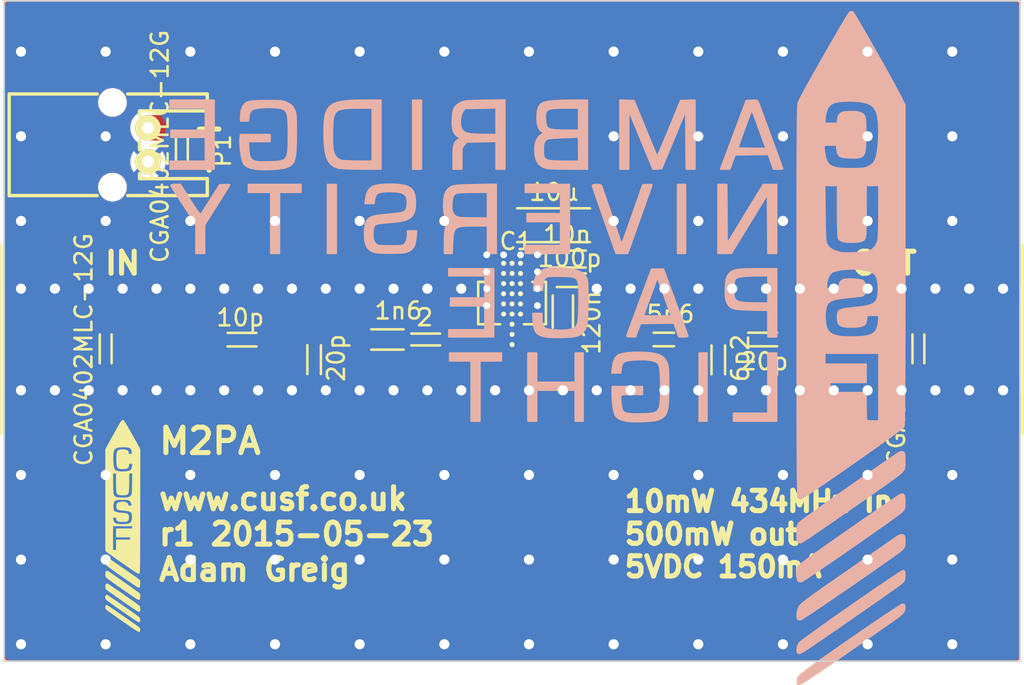
<source format=kicad_pcb>
(kicad_pcb (version 20221018) (generator pcbnew)
  (title_block (title "Martlet 2 RF PA") (date "Sat 23 May 2015") (rev "1") (company "Cambridge University Spaceflight") (comment 1 "Drawn By: Adam Greig"))
  (layers (0 "F.Cu" signal) (31 "B.Cu" signal) (34 "B.Paste" user) (35 "F.Paste" user) (36 "B.SilkS" user "B.Silkscreen") (37 "F.SilkS" user "F.Silkscreen") (38 "B.Mask" user) (39 "F.Mask" user) (44 "Edge.Cuts" user))
  (net 0 "")
  (net 1 "Net-(C1-Pad1)")
  (net 2 "Net-(C1-Pad2)")
  (net 3 "GND")
  (net 4 "+5V")
  (net 5 "Net-(C5-Pad2)")
  (net 6 "Net-(C7-Pad2)")
  (net 7 "Net-(IC1-Pad1)")
  (net 8 "Net-(IC1-Pad3)")
  (net 9 "Net-(L1-Pad1)")
  (footprint "m2pa:C0402" (layer "F.Cu") (at 123.55 87.01 180)
    (fp_text reference "C1" hide)
    (fp_text value "10p" (at 0.6 1.3 180) (layer "F.SilkS"))
    (pad "1" smd rect locked (at 0 0 180) (size 0.6 0.6) (layers "F.Cu" "F.Paste" "F.Mask") (net 1 "Net-(C1-Pad1)"))
    (pad "2" smd rect locked (at 1 0 180) (size 0.6 0.6) (layers "F.Cu" "F.Paste" "F.Mask") (net 2 "Net-(C1-Pad2)"))
  )
  (footprint "m2pa:C0402" (layer "F.Cu") (at 127.31 88.69 90)
    (fp_text reference "C2" hide)
    (fp_text value "20p" (at 0.6 1.3 90) (layer "F.SilkS"))
    (pad "1" smd rect locked (at 0 0 90) (size 0.6 0.6) (layers "F.Cu" "F.Paste" "F.Mask") (net 3 "GND"))
    (pad "2" smd rect locked (at 1 0 90) (size 0.6 0.6) (layers "F.Cu" "F.Paste" "F.Mask") (net 1 "Net-(C1-Pad1)"))
  )
  (footprint "m2pa:C0402" (layer "F.Cu") (at 143 83.5 180)
    (fp_text reference "C3" hide)
    (fp_text value "100p" (at 0.6 1.3 180) (layer "F.SilkS"))
    (pad "1" smd rect (at 0 0 180) (size 0.6 0.6) (layers "F.Cu" "F.Paste" "F.Mask") (net 4 "+5V"))
    (pad "2" smd rect (at 1 0 180) (size 0.6 0.6) (layers "F.Cu" "F.Paste" "F.Mask") (net 3 "GND"))
  )
  (footprint "m2pa:C0603" (layer "F.Cu") (at 143 82.25 180)
    (fp_text reference "C4" hide)
    (fp_text value "10n" (at 0.75 1.45 180) (layer "F.SilkS"))
    (pad "1" smd rect (at 0 0 180) (size 0.7 0.8) (layers "F.Cu" "F.Paste" "F.Mask") (net 4 "+5V"))
    (pad "2" smd rect (at 1.4 0 180) (size 0.7 0.8) (layers "F.Cu" "F.Paste" "F.Mask") (net 3 "GND"))
  )
  (footprint "m2pa:C0402" (layer "F.Cu") (at 151.18 88.7 90)
    (fp_text reference "C5" hide)
    (fp_text value "6p2" (at 0.6 1.3 90) (layer "F.SilkS"))
    (pad "1" smd rect locked (at 0 0 90) (size 0.6 0.6) (layers "F.Cu" "F.Paste" "F.Mask") (net 3 "GND"))
    (pad "2" smd rect locked (at 1 0 90) (size 0.6 0.6) (layers "F.Cu" "F.Paste" "F.Mask") (net 5 "Net-(C5-Pad2)"))
  )
  (footprint "m2pa:C1206" (layer "F.Cu") (at 143 80.25 180)
    (fp_text reference "C6" hide)
    (fp_text value "10µ" (at 1.5 1.95 180) (layer "F.SilkS"))
    (pad "1" smd rect (at 0 0 180) (size 1.2 1.7) (layers "F.Cu" "F.Paste" "F.Mask") (net 4 "+5V"))
    (pad "2" smd rect (at 3.1 0 180) (size 1.2 1.7) (layers "F.Cu" "F.Paste" "F.Mask") (net 3 "GND"))
  )
  (footprint "m2pa:C0402" (layer "F.Cu") (at 153.3 87)
    (fp_text reference "C7" hide)
    (fp_text value "20p" (at 0.6 1.3) (layer "F.SilkS"))
    (pad "1" smd rect (at 0 0) (size 0.6 0.6) (layers "F.Cu" "F.Paste" "F.Mask") (net 5 "Net-(C5-Pad2)"))
    (pad "2" smd rect (at 1 0) (size 0.6 0.6) (layers "F.Cu" "F.Paste" "F.Mask") (net 6 "Net-(C7-Pad2)"))
  )
  (footprint "m2pa:R0402" (layer "F.Cu") (at 115 87 -90)
    (fp_text reference "D1" hide)
    (fp_text value "CGA0402MLC-12G" (at 0.6 1.3 270) (layer "F.SilkS"))
    (pad "1" smd rect (at 0 0 270) (size 0.6 0.5) (layers "F.Cu" "F.Paste" "F.Mask") (net 2 "Net-(C1-Pad2)"))
    (pad "2" smd rect (at 1.1 0 270) (size 0.6 0.5) (layers "F.Cu" "F.Paste" "F.Mask") (net 3 "GND"))
  )
  (footprint "m2pa:R0402" (layer "F.Cu") (at 163 87 -90)
    (fp_text reference "D2" hide)
    (fp_text value "CGA0402MLC-12G" (at 0.6 1.3 270) (layer "F.SilkS"))
    (pad "1" smd rect (at 0 0 270) (size 0.6 0.5) (layers "F.Cu" "F.Paste" "F.Mask") (net 6 "Net-(C7-Pad2)"))
    (pad "2" smd rect (at 1.1 0 270) (size 0.6 0.5) (layers "F.Cu" "F.Paste" "F.Mask") (net 3 "GND"))
  )
  (footprint "m2pa:SOT89-3" (layer "F.Cu") (at 139 87)
    (fp_text reference "IC1" (at 0 -5.8) (layer "F.SilkS"))
    (fp_text value "ADL5324" hide)
    (pad "1" smd rect (at -1.5 0 180) (size 0.9 1.3) (layers "F.Cu" "F.Paste" "F.Mask") (net 7 "Net-(IC1-Pad1)"))
    (pad "2" thru_hole circle (at -0.5 -4.5 180) (size 0.3 0.3) (drill 0.2) (layers "*.Cu" "F.SilkS" "F.Mask") (net 3 "GND"))
    (pad "2" thru_hole circle (at -0.5 -3.9 180) (size 0.3 0.3) (drill 0.2) (layers "*.Cu" "F.SilkS" "F.Mask") (net 3 "GND"))
    (pad "2" thru_hole circle (at -0.5 -3.3 180) (size 0.3 0.3) (drill 0.2) (layers "*.Cu" "F.SilkS" "F.Mask") (net 3 "GND"))
    (pad "2" thru_hole circle (at -0.5 -2.7 180) (size 0.3 0.3) (drill 0.2) (layers "*.Cu" "F.SilkS" "F.Mask") (net 3 "GND"))
    (pad "2" thru_hole circle (at -0.5 -2.1 180) (size 0.3 0.3) (drill 0.2) (layers "*.Cu" "F.SilkS" "F.Mask") (net 3 "GND"))
    (pad "2" thru_hole circle (at -0.5 -1.5 180) (size 0.3 0.3) (drill 0.2) (layers "*.Cu" "F.SilkS" "F.Mask") (net 3 "GND"))
    (pad "2" thru_hole circle (at 0 -4.5 180) (size 0.3 0.3) (drill 0.2) (layers "*.Cu" "F.SilkS" "F.Mask") (net 3 "GND"))
    (pad "2" thru_hole circle (at 0 -3.9 180) (size 0.3 0.3) (drill 0.2) (layers "*.Cu" "F.SilkS" "F.Mask") (net 3 "GND"))
    (pad "2" thru_hole circle (at 0 -3.3 180) (size 0.3 0.3) (drill 0.2) (layers "*.Cu" "F.SilkS" "F.Mask") (net 3 "GND"))
    (pad "2" smd rect (at 0 -3 180) (size 1.8 3.5) (layers "F.Cu" "F.Paste" "F.Mask") (net 3 "GND"))
    (pad "2" smd rect (at 0 -3 180) (size 1.8 3.5) (layers "B.Cu") (net 3 "GND"))
    (pad "2" thru_hole circle (at 0 -2.7 180) (size 0.3 0.3) (drill 0.2) (layers "*.Cu" "F.SilkS" "F.Mask") (net 3 "GND"))
    (pad "2" thru_hole circle (at 0 -2.1 180) (size 0.3 0.3) (drill 0.2) (layers "*.Cu" "F.SilkS" "F.Mask") (net 3 "GND"))
    (pad "2" thru_hole circle (at 0 -1.5 180) (size 0.3 0.3) (drill 0.2) (layers "*.Cu" "F.SilkS" "F.Mask") (net 3 "GND"))
    (pad "2" thru_hole circle (at 0 -0.9 180) (size 0.3 0.3) (drill 0.2) (layers "*.Cu" "F.SilkS" "F.Mask") (net 3 "GND"))
    (pad "2" thru_hole circle (at 0 -0.3 180) (size 0.3 0.3) (drill 0.2) (layers "*.Cu" "F.SilkS" "F.Mask") (net 3 "GND"))
    (pad "2" smd rect (at 0 -0.3 180) (size 0.9 1.9) (layers "F.Cu" "F.Paste" "F.Mask") (net 3 "GND"))
    (pad "2" smd rect (at 0 -0.3 180) (size 0.9 1.9) (layers "B.Cu") (net 3 "GND"))
    (pad "2" thru_hole circle (at 0 0.3 180) (size 0.3 0.3) (drill 0.2) (layers "*.Cu" "F.SilkS" "F.Mask") (net 3 "GND"))
    (pad "2" thru_hole circle (at 0.5 -4.5 180) (size 0.3 0.3) (drill 0.2) (layers "*.Cu" "F.SilkS" "F.Mask") (net 3 "GND"))
    (pad "2" thru_hole circle (at 0.5 -3.9 180) (size 0.3 0.3) (drill 0.2) (layers "*.Cu" "F.SilkS" "F.Mask") (net 3 "GND"))
    (pad "2" thru_hole circle (at 0.5 -3.3 180) (size 0.3 0.3) (drill 0.2) (layers "*.Cu" "F.SilkS" "F.Mask") (net 3 "GND"))
    (pad "2" thru_hole circle (at 0.5 -2.7 180) (size 0.3 0.3) (drill 0.2) (layers "*.Cu" "F.SilkS" "F.Mask") (net 3 "GND"))
    (pad "2" thru_hole circle (at 0.5 -2.1 180) (size 0.3 0.3) (drill 0.2) (layers "*.Cu" "F.SilkS" "F.Mask") (net 3 "GND"))
    (pad "2" thru_hole circle (at 0.5 -1.5 180) (size 0.3 0.3) (drill 0.2) (layers "*.Cu" "F.SilkS" "F.Mask") (net 3 "GND"))
    (pad "3" smd rect (at 1.5 0 180) (size 0.9 1.3) (layers "F.Cu" "F.Paste" "F.Mask") (net 8 "Net-(IC1-Pad3)"))
  )
  (footprint "m2pa:L0603" (layer "F.Cu") (at 132.29 87 180)
    (fp_text reference "L1" hide)
    (fp_text value "1n6" (at 0 1.7 180) (layer "F.SilkS"))
    (pad "1" smd rect locked (at 0 0 180) (size 0.64 1.02) (layers "F.Cu" "F.Paste" "F.Mask") (net 9 "Net-(L1-Pad1)"))
    (pad "2" smd rect locked (at 1.28 0 180) (size 0.64 1.02) (layers "F.Cu" "F.Paste" "F.Mask") (net 1 "Net-(C1-Pad1)"))
  )
  (footprint "m2pa:L0603" (layer "F.Cu") (at 142 86 90)
    (fp_text reference "L2" hide)
    (fp_text value "120n" (at 0 1.7 90) (layer "F.SilkS"))
    (pad "1" smd rect (at 0 0 90) (size 0.64 1.02) (layers "F.Cu" "F.Paste" "F.Mask") (net 8 "Net-(IC1-Pad3)"))
    (pad "2" smd rect (at 1.28 0 90) (size 0.64 1.02) (layers "F.Cu" "F.Paste" "F.Mask") (net 4 "+5V"))
  )
  (footprint "m2pa:L0402" (layer "F.Cu") (at 148.36 87 180)
    (fp_text reference "L3" hide)
    (fp_text value "5n6" (at 0 1.5 180) (layer "F.SilkS"))
    (pad "1" smd rect locked (at 0 0 180) (size 0.36 0.66) (layers "F.Cu" "F.Paste" "F.Mask") (net 5 "Net-(C5-Pad2)"))
    (pad "2" smd rect locked (at 0.82 0 180) (size 0.36 0.66) (layers "F.Cu" "F.Paste" "F.Mask") (net 8 "Net-(IC1-Pad3)"))
  )
  (footprint "m2pa:S02B-PASK-2" (layer "F.Cu") (at 117.5 76.5 90)
    (fp_text reference "P1" (at 0.64 4.38 90) (layer "F.SilkS"))
    (fp_text value "CONN_01X02" hide)
    (pad "" np_thru_hole circle (at -1.5 -2.1 90) (size 1.2 1.2) (drill 1.2) (layers "*.Cu" "*.Mask" "F.SilkS"))
    (pad "" np_thru_hole circle (at 3.5 -2.1 90) (size 1.2 1.2) (drill 1.2) (layers "*.Cu" "*.Mask" "F.SilkS"))
    (pad "1" thru_hole circle (at 0 0 90) (size 1.5 1.5) (drill 0.7) (layers "*.Cu" "*.Mask" "F.SilkS") (net 3 "GND"))
    (pad "2" thru_hole circle (at 2 0 90) (size 1.5 1.5) (drill 0.7) (layers "*.Cu" "*.Mask" "F.SilkS") (net 4 "+5V"))
  )
  (footprint "m2pa:SMA-142-0701-801" (layer "F.Cu") (at 111.5 87 90)
    (fp_text reference "P2" hide)
    (fp_text value "SMA" hide)
    (pad "1" smd rect (at 0 0 90) (size 2.286 5.08) (layers "F.Cu" "F.Mask") (net 2 "Net-(C1-Pad2)"))
    (pad "2" smd rect (at -4.3815 0 90) (size 2.413 5.08) (layers "F.Cu" "F.Mask") (net 3 "GND"))
    (pad "3" smd rect (at 4.3815 0 90) (size 2.413 5.08) (layers "F.Cu" "F.Mask") (net 3 "GND"))
    (pad "4" smd rect (at -4.3815 0 90) (size 2.413 5.08) (layers "B.Cu" "B.Mask") (net 3 "GND"))
    (pad "5" smd rect (at 4.3815 0 90) (size 2.413 5.08) (layers "B.Cu" "B.Mask") (net 3 "GND"))
  )
  (footprint "m2pa:SMA-142-0701-801" (layer "F.Cu") (at 166.5 87 -90)
    (fp_text reference "P3" hide)
    (fp_text value "SMA" hide)
    (pad "1" smd rect (at 0 0 270) (size 2.286 5.08) (layers "F.Cu" "F.Mask") (net 6 "Net-(C7-Pad2)"))
    (pad "2" smd rect (at -4.3815 0 270) (size 2.413 5.08) (layers "F.Cu" "F.Mask") (net 3 "GND"))
    (pad "3" smd rect (at 4.3815 0 270) (size 2.413 5.08) (layers "F.Cu" "F.Mask") (net 3 "GND"))
    (pad "4" smd rect (at -4.3815 0 270) (size 2.413 5.08) (layers "B.Cu" "B.Mask") (net 3 "GND"))
    (pad "5" smd rect (at 4.3815 0 270) (size 2.413 5.08) (layers "B.Cu" "B.Mask") (net 3 "GND"))
  )
  (footprint "m2pa:R0402" (layer "F.Cu") (at 134.45 87 180)
    (fp_text reference "R1" hide)
    (fp_text value "2" (at 0.6 1.3 180) (layer "F.SilkS"))
    (pad "1" smd rect locked (at 0 0 180) (size 0.6 0.5) (layers "F.Cu" "F.Paste" "F.Mask") (net 7 "Net-(IC1-Pad1)"))
    (pad "2" smd rect locked (at 1.1 0 180) (size 0.6 0.5) (layers "F.Cu" "F.Paste" "F.Mask") (net 9 "Net-(L1-Pad1)"))
  )
  (footprint "m2pa:R0402" (layer "F.Cu") (at 119.5 75 -90)
    (fp_text reference "D3" hide)
    (fp_text value "CGA0402MLC-12G" (at 0.6 1.3 270) (layer "F.SilkS"))
    (pad "1" smd rect (at 0 0 270) (size 0.6 0.5) (layers "F.Cu" "F.Paste" "F.Mask") (net 4 "+5V"))
    (pad "2" smd rect (at 1.1 0 270) (size 0.6 0.5) (layers "F.Cu" "F.Paste" "F.Mask") (net 3 "GND"))
  )
  (footprint "m2pa:cusf_logo_small" (layer "F.Cu") (at 116 98)
    (fp_text reference "G***" hide)
    (fp_text value "LOGO" hide)
  )
  (footprint "m2pa:cusf_logo_full" (layer "F.Cu") (at 140.5 87.5)
    (fp_text reference "G***" hide)
    (fp_text value "LOGO" hide)
  )
  (gr_line (start 169 67) (end 169 106) (stroke (width 0.1)) (layer "Edge.Cuts"))
  (gr_line (start 109 67) (end 109 106) (stroke (width 0.1)) (layer "Edge.Cuts"))
  (gr_line (start 109 67) (end 169 67) (stroke (width 0.1)) (layer "Edge.Cuts"))
  (gr_line (start 169 106) (end 109 106) (stroke (width 0.1)) (layer "Edge.Cuts"))
  (gr_text "OUT" (at 161 82.5) (layer "F.SilkS") (effects (font (size 1.3 1.3) (thickness 0.3))))
  (gr_text "www.cusf.co.uk\nr1 2015-05-23\nAdam Greig" (at 118 98.5) (layer "F.SilkS") (effects (font (size 1.3 1.3) (thickness 0.3)) (justify left)))
  (gr_text "-+" (at 121 75.5 90) (layer "F.SilkS") (effects (font (size 1.5 1.5) (thickness 0.3))))
  (gr_text "10mW 434MHz in\n500mW out\n5VDC 150mA" (at 145.5 98.5) (layer "F.SilkS") (effects (font (size 1.2 1.2) (thickness 0.3)) (justify left)))
  (gr_text "IN" (at 116 82.5) (layer "F.SilkS") (effects (font (size 1.3 1.3) (thickness 0.3))))
  (gr_text "M2PA" (at 118 93) (layer "F.SilkS") (effects (font (size 1.5 1.5) (thickness 0.3)) (justify left)))
  (segment (start 124.29 87.01) (end 124.3 87) (width 2) (layer "F.Cu") (net 1))
  (segment (start 124.3 87) (end 127.3 87) (width 2) (layer "F.Cu") (net 1))
  (segment (start 129.5 87) (end 129.7 87) (width 2) (layer "F.Cu") (net 1))
  (segment (start 129.7 87) (end 129.9 87) (width 2) (layer "F.Cu") (net 1))
  (segment (start 129.9 87) (end 130 87) (width 2) (layer "F.Cu") (net 1))
  (segment (start 130 87) (end 130.1 87) (width 2) (layer "F.Cu") (net 1))
  (segment (start 130.1 87) (end 131.01 87) (width 0.5) (layer "F.Cu") (net 1))
  (segment (start 127.3 87.5) (end 127.3 87) (width 0.5) (layer "F.Cu") (net 1))
  (segment (start 127.3 87) (end 129.5 87) (width 2) (layer "F.Cu") (net 1))
  (segment (start 123.55 87.01) (end 124.29 87.01) (width 0.3) (layer "F.Cu") (net 1))
  (segment (start 121.5 87) (end 121.51 87.01) (width 0.3) (layer "F.Cu") (net 2))
  (segment (start 121.51 87.01) (end 122.55 87.01) (width 0.3) (layer "F.Cu") (net 2))
  (segment (start 111.5 87) (end 115 87) (width 1) (layer "F.Cu") (net 2))
  (segment (start 116.5 87) (end 121.5 87) (width 2) (layer "F.Cu") (net 2))
  (segment (start 115 87) (end 116.5 87) (width 1) (layer "F.Cu") (net 2))
  (segment (start 137.5 83) (end 138.5 84) (width 0.3) (layer "F.Cu") (net 3))
  (segment (start 139.5 84) (end 140.5 83) (width 0.3) (layer "F.Cu") (net 3))
  (segment (start 139 83.5) (end 137.5 82) (width 0.3) (layer "F.Cu") (net 3))
  (segment (start 139 83.5) (end 140.5 82) (width 0.3) (layer "F.Cu") (net 3))
  (segment (start 138.5 82) (end 139 82.5) (width 0.3) (layer "F.Cu") (net 3))
  (segment (start 139 82.5) (end 139.5 82) (width 0.3) (layer "F.Cu") (net 3))
  (segment (start 138.5 84) (end 137.5 85) (width 0.3) (layer "F.Cu") (net 3))
  (segment (start 139.5 84) (end 140.5 85) (width 0.3) (layer "F.Cu") (net 3))
  (segment (start 111.3815 82.6185) (end 110 84) (width 0.5) (layer "F.Cu") (net 3))
  (segment (start 112 84) (end 114 84) (width 0.5) (layer "F.Cu") (net 3))
  (segment (start 116 84) (end 118 84) (width 0.5) (layer "F.Cu") (net 3))
  (segment (start 120 84) (end 122 84) (width 0.5) (layer "F.Cu") (net 3))
  (segment (start 124 84) (end 126 84) (width 0.5) (layer "F.Cu") (net 3))
  (segment (start 128 84) (end 130 84) (width 0.5) (layer "F.Cu") (net 3))
  (segment (start 132 84) (end 134 84) (width 0.5) (layer "F.Cu") (net 3))
  (segment (start 166.6185 82.6185) (end 168 84) (width 0.5) (layer "F.Cu") (net 3))
  (segment (start 166 84) (end 164 84) (width 0.5) (layer "F.Cu") (net 3))
  (segment (start 162 84) (end 160 84) (width 0.5) (layer "F.Cu") (net 3))
  (segment (start 158 84) (end 156 84) (width 0.5) (layer "F.Cu") (net 3))
  (segment (start 154 84) (end 152 84) (width 0.5) (layer "F.Cu") (net 3))
  (segment (start 150 84) (end 148 84) (width 0.5) (layer "F.Cu") (net 3))
  (segment (start 146 84) (end 144 84) (width 0.5) (layer "F.Cu") (net 3))
  (segment (start 111.3815 91.3815) (end 110 90) (width 0.5) (layer "F.Cu") (net 3))
  (segment (start 112 90) (end 114 90) (width 0.5) (layer "F.Cu") (net 3))
  (segment (start 116 90) (end 118 90) (width 0.5) (layer "F.Cu") (net 3))
  (segment (start 120 90) (end 122 90) (width 0.5) (layer "F.Cu") (net 3))
  (segment (start 124 90) (end 126 90) (width 0.5) (layer "F.Cu") (net 3))
  (segment (start 128 90) (end 130 90) (width 0.5) (layer "F.Cu") (net 3))
  (segment (start 132 90) (end 134 90) (width 0.5) (layer "F.Cu") (net 3))
  (segment (start 136 90) (end 138 90) (width 0.5) (layer "F.Cu") (net 3))
  (segment (start 140 90) (end 142 90) (width 0.5) (layer "F.Cu") (net 3))
  (segment (start 144 90) (end 146 90) (width 0.5) (layer "F.Cu") (net 3))
  (segment (start 148 90) (end 150 90) (width 0.5) (layer "F.Cu") (net 3))
  (segment (start 152 90) (end 154 90) (width 0.5) (layer "F.Cu") (net 3))
  (segment (start 156 90) (end 158 90) (width 0.5) (layer "F.Cu") (net 3))
  (segment (start 160 90) (end 162 90) (width 0.5) (layer "F.Cu") (net 3))
  (segment (start 164 90) (end 166 90) (width 0.5) (layer "F.Cu") (net 3))
  (segment (start 111.5 93.5) (end 110 95) (width 0.5) (layer "F.Cu") (net 3))
  (segment (start 110 100) (end 110 105) (width 0.5) (layer "F.Cu") (net 3))
  (segment (start 115 105) (end 115 100) (width 0.5) (layer "F.Cu") (net 3))
  (segment (start 115 95) (end 120 95) (width 0.5) (layer "F.Cu") (net 3))
  (segment (start 120 100) (end 120 105) (width 0.5) (layer "F.Cu") (net 3))
  (segment (start 125 105) (end 125 100) (width 0.5) (layer "F.Cu") (net 3))
  (segment (start 125 95) (end 130 95) (width 0.5) (layer "F.Cu") (net 3))
  (segment (start 130 100) (end 130 105) (width 0.5) (layer "F.Cu") (net 3))
  (segment (start 135 105) (end 135 100) (width 0.5) (layer "F.Cu") (net 3))
  (segment (start 135 95) (end 140 95) (width 0.5) (layer "F.Cu") (net 3))
  (segment (start 140 100) (end 140 105) (width 0.5) (layer "F.Cu") (net 3))
  (segment (start 145 105) (end 145 100) (width 0.5) (layer "F.Cu") (net 3))
  (segment (start 145 95) (end 150 95) (width 0.5) (layer "F.Cu") (net 3))
  (segment (start 150 100) (end 150 105) (width 0.5) (layer "F.Cu") (net 3))
  (segment (start 155 105) (end 155 100) (width 0.5) (layer "F.Cu") (net 3))
  (segment (start 155 95) (end 160 95) (width 0.5) (layer "F.Cu") (net 3))
  (segment (start 160 100) (end 160 105) (width 0.5) (layer "F.Cu") (net 3))
  (segment (start 165 105) (end 165 100) (width 0.5) (layer "F.Cu") (net 3))
  (segment (start 165 95) (end 166.5 93.5) (width 0.5) (layer "F.Cu") (net 3))
  (segment (start 166.5 93.5) (end 166.5 91.3815) (width 0.5) (layer "F.Cu") (net 3))
  (segment (start 166.5 81.5) (end 165 80) (width 0.5) (layer "F.Cu") (net 3))
  (segment (start 165 75) (end 165 70) (width 0.5) (layer "F.Cu") (net 3))
  (segment (start 160 70) (end 160 75) (width 0.5) (layer "F.Cu") (net 3))
  (segment (start 160 80) (end 155 80) (width 0.5) (layer "F.Cu") (net 3))
  (segment (start 155 75) (end 155 70) (width 0.5) (layer "F.Cu") (net 3))
  (segment (start 150 70) (end 150 75) (width 0.5) (layer "F.Cu") (net 3))
  (segment (start 150 80) (end 145 80) (width 0.5) (layer "F.Cu") (net 3))
  (segment (start 145 75) (end 145 70) (width 0.5) (layer "F.Cu") (net 3))
  (segment (start 140 70) (end 135 70) (width 0.5) (layer "F.Cu") (net 3))
  (segment (start 130 70) (end 125 70) (width 0.5) (layer "F.Cu") (net 3))
  (segment (start 120 70) (end 115 70) (width 0.5) (layer "F.Cu") (net 3))
  (segment (start 110 70) (end 110 75) (width 0.5) (layer "F.Cu") (net 3))
  (segment (start 115 75) (end 110 80) (width 0.5) (layer "F.Cu") (net 3))
  (segment (start 115 80) (end 120 80) (width 0.5) (layer "F.Cu") (net 3))
  (segment (start 125 80) (end 130 80) (width 0.5) (layer "F.Cu") (net 3))
  (segment (start 135 80) (end 135.25 80.25) (width 0.5) (layer "F.Cu") (net 3))
  (segment (start 135.25 80.25) (end 139.9 80.25) (width 0.5) (layer "F.Cu") (net 3))
  (segment (start 115 88.1) (end 115 89.5) (width 0.5) (layer "F.Cu") (net 3))
  (segment (start 111.5 91.3815) (end 111.3815 91.3815) (width 0.5) (layer "F.Cu") (net 3))
  (segment (start 139 86.7) (end 139 89.7) (width 0.8) (layer "F.Cu") (net 3))
  (segment (start 139 84) (end 139 83.5) (width 0.3) (layer "F.Cu") (net 3))
  (segment (start 139 84) (end 139 82.5) (width 0.3) (layer "F.Cu") (net 3))
  (segment (start 139 84) (end 140.5 84) (width 0.3) (layer "F.Cu") (net 3))
  (segment (start 163 88.1) (end 163 89.5) (width 0.5) (layer "F.Cu") (net 3))
  (segment (start 111.5 91.3815) (end 111.5 93.5) (width 0.5) (layer "F.Cu") (net 3))
  (segment (start 139 86.7) (end 139 84) (width 0.3) (layer "F.Cu") (net 3))
  (segment (start 139 84) (end 137.5 84) (width 0.3) (layer "F.Cu") (net 3))
  (segment (start 111.5 82.6185) (end 111.3815 82.6185) (width 0.5) (layer "F.Cu") (net 3))
  (segment (start 139 84) (end 138.5 84) (width 0.3) (layer "F.Cu") (net 3))
  (segment (start 166.5 82.6185) (end 166.5 81.5) (width 0.5) (layer "F.Cu") (net 3))
  (segment (start 166.5 82.6185) (end 166.6185 82.6185) (width 0.5) (layer "F.Cu") (net 3))
  (segment (start 139 84) (end 139.5 84) (width 0.3) (layer "F.Cu") (net 3))
  (via (at 120 100) (size 1) (drill 0.6) (layers "F.Cu" "B.Cu") (net 3))
  (via (at 132 84) (size 1) (drill 0.6) (layers "F.Cu" "B.Cu") (net 3))
  (via (at 165 95) (size 1) (drill 0.6) (layers "F.Cu" "B.Cu") (net 3))
  (via (at 132 90) (size 1) (drill 0.6) (layers "F.Cu" "B.Cu") (net 3))
  (via (at 165 70) (size 1) (drill 0.6) (layers "F.Cu" "B.Cu") (net 3))
  (via (at 135 95) (size 1) (drill 0.6) (layers "F.Cu" "B.Cu") (net 3))
  (via (at 115 70) (size 1) (drill 0.6) (layers "F.Cu" "B.Cu") (net 3))
  (via (at 150 80) (size 1) (drill 0.6) (layers "F.Cu" "B.Cu") (net 3))
  (via (at 110 100) (size 1) (drill 0.6) (layers "F.Cu" "B.Cu") (net 3))
  (via (at 128 90) (size 1) (drill 0.6) (layers "F.Cu" "B.Cu") (net 3))
  (via (at 116 84) (size 1) (drill 0.6) (layers "F.Cu" "B.Cu") (net 3))
  (via (at 112 84) (size 1) (drill 0.6) (layers "F.Cu" "B.Cu") (net 3))
  (via (at 125 100) (size 1) (drill 0.6) (layers "F.Cu" "B.Cu") (net 3))
  (via (at 115 75) (size 1) (drill 0.6) (layers "F.Cu" "B.Cu") (net 3))
  (via (at 110 80) (size 1) (drill 0.6) (layers "F.Cu" "B.Cu") (net 3))
  (via (at 140 90) (size 1) (drill 0.6) (layers "F.Cu" "B.Cu") (net 3))
  (via (at 150 100) (size 1) (drill 0.6) (layers "F.Cu" "B.Cu") (net 3))
  (via (at 125 80) (size 1) (drill 0.6) (layers "F.Cu" "B.Cu") (net 3))
  (via (at 126 90) (size 1) (drill 0.6) (layers "F.Cu" "B.Cu") (net 3))
  (via (at 162 84) (size 1) (drill 0.6) (layers "F.Cu" "B.Cu") (net 3))
  (via (at 135 70) (size 1) (drill 0.6) (layers "F.Cu" "B.Cu") (net 3))
  (via (at 140.5 83) (size 0.8) (drill 0.4) (layers "F.Cu" "B.Cu") (net 3))
  (via (at 140 95) (size 1) (drill 0.6) (layers "F.Cu" "B.Cu") (net 3))
  (via (at 160 100) (size 1) (drill 0.6) (layers "F.Cu" "B.Cu") (net 3))
  (via (at 118 84) (size 1) (drill 0.6) (layers "F.Cu" "B.Cu") (net 3))
  (via (at 146 90) (size 1) (drill 0.6) (layers "F.Cu" "B.Cu") (net 3))
  (via (at 130 80) (size 1) (drill 0.6) (layers "F.Cu" "B.Cu") (net 3))
  (via (at 165 105) (size 1) (drill 0.6) (layers "F.Cu" "B.Cu") (net 3))
  (via (at 150 95) (size 1) (drill 0.6) (layers "F.Cu" "B.Cu") (net 3))
  (via (at 137.5 85) (size 0.8) (drill 0.4) (layers "F.Cu" "B.Cu") (net 3))
  (via (at 156 90) (size 1) (drill 0.6) (layers "F.Cu" "B.Cu") (net 3))
  (via (at 168 90) (size 1) (drill 0.6) (layers "F.Cu" "B.Cu") (net 3))
  (via (at 136 90) (size 1) (drill 0.6) (layers "F.Cu" "B.Cu") (net 3))
  (via (at 150 84) (size 1) (drill 0.6) (layers "F.Cu" "B.Cu") (net 3))
  (via (at 154 84) (size 1) (drill 0.6) (layers "F.Cu" "B.Cu") (net 3))
  (via (at 114 90) (size 1) (drill 0.6) (layers "F.Cu" "B.Cu") (net 3))
  (via (at 155 70) (size 1) (drill 0.6) (layers "F.Cu" "B.Cu") (net 3))
  (via (at 110 70) (size 1) (drill 0.6) (layers "F.Cu" "B.Cu") (net 3))
  (via (at 155 100) (size 1) (drill 0.6) (layers "F.Cu" "B.Cu") (net 3))
  (via (at 138.5 82) (size 0.8) (drill 0.4) (layers "F.Cu" "B.Cu") (net 3))
  (via (at 144 84) (size 1) (drill 0.6) (layers "F.Cu" "B.Cu") (net 3))
  (via (at 120 80) (size 1) (drill 0.6) (layers "F.Cu" "B.Cu") (net 3))
  (via (at 130 70) (size 1) (drill 0.6) (layers "F.Cu" "B.Cu") (net 3))
  (via (at 110 90) (size 1) (drill 0.6) (layers "F.Cu" "B.Cu") (net 3))
  (via (at 110 105) (size 1) (drill 0.6) (layers "F.Cu" "B.Cu") (net 3))
  (via (at 128 84) (size 1) (drill 0.6) (layers "F.Cu" "B.Cu") (net 3))
  (via (at 146 84) (size 1) (drill 0.6) (layers "F.Cu" "B.Cu") (net 3))
  (via (at 155 95) (size 1) (drill 0.6) (layers "F.Cu" "B.Cu") (net 3))
  (via (at 135 80) (size 1) (drill 0.6) (layers "F.Cu" "B.Cu") (net 3))
  (via (at 120 70) (size 1) (drill 0.6) (layers "F.Cu" "B.Cu") (net 3))
  (via (at 122 90) (size 1) (drill 0.6) (layers "F.Cu" "B.Cu") (net 3))
  (via (at 150 90) (size 1) (drill 0.6) (layers "F.Cu" "B.Cu") (net 3))
  (via (at 137.5 84) (size 0.8) (drill 0.4) (layers "F.Cu" "B.Cu") (net 3))
  (via (at 130 105) (size 1) (drill 0.6) (layers "F.Cu" "B.Cu") (net 3))
  (via (at 124 90) (size 1) (drill 0.6) (layers "F.Cu" "B.Cu") (net 3))
  (via (at 125 95) (size 1) (drill 0.6) (layers "F.Cu" "B.Cu") (net 3))
  (via (at 145 95) (size 1) (drill 0.6) (layers "F.Cu" "B.Cu") (net 3))
  (via (at 152 84) (size 1) (drill 0.6) (layers "F.Cu" "B.Cu") (net 3))
  (via (at 112 90) (size 1) (drill 0.6) (layers "F.Cu" "B.Cu") (net 3))
  (via (at 139.5 82) (size 0.8) (drill 0.4) (layers "F.Cu" "B.Cu") (net 3))
  (via (at 158 84) (size 1) (drill 0.6) (layers "F.Cu" "B.Cu") (net 3))
  (via (at 135 105) (size 1) (drill 0.6) (layers "F.Cu" "B.Cu") (net 3))
  (via (at 155 105) (size 1) (drill 0.6) (layers "F.Cu" "B.Cu") (net 3))
  (via (at 125 105) (size 1) (drill 0.6) (layers "F.Cu" "B.Cu") (net 3))
  (via (at 134 90) (size 1) (drill 0.6) (layers "F.Cu" "B.Cu") (net 3))
  (via (at 115 80) (size 1) (drill 0.6) (layers "F.Cu" "B.Cu") (net 3))
  (via (at 145 100) (size 1) (drill 0.6) (layers "F.Cu" "B.Cu") (net 3))
  (via (at 120 90) (size 1) (drill 0.6) (layers "F.Cu" "B.Cu") (net 3))
  (via (at 165 100) (size 1) (drill 0.6) (layers "F.Cu" "B.Cu") (net 3))
  (via (at 145 80) (size 1) (drill 0.6) (layers "F.Cu" "B.Cu") (net 3))
  (via (at 154 90) (size 1) (drill 0.6) (layers "F.Cu" "B.Cu") (net 3))
  (via (at 116 90) (size 1) (drill 0.6) (layers "F.Cu" "B.Cu") (net 3))
  (via (at 158 90) (size 1) (drill 0.6) (layers "F.Cu" "B.Cu") (net 3))
  (via (at 150 75) (size 1) (drill 0.6) (layers "F.Cu" "B.Cu") (net 3))
  (via (at 160 95) (size 1) (drill 0.6) (layers "F.Cu" "B.Cu") (net 3))
  (via (at 124 84) (size 1) (drill 0.6) (layers "F.Cu" "B.Cu") (net 3))
  (via (at 162 90) (size 1) (drill 0.6) (layers "F.Cu" "B.Cu") (net 3))
  (via (at 164 84) (size 1) (drill 0.6) (layers "F.Cu" "B.Cu") (net 3))
  (via (at 120 84) (size 1) (drill 0.6) (layers "F.Cu" "B.Cu") (net 3))
  (via (at 115 100) (size 1) (drill 0.6) (layers "F.Cu" "B.Cu") (net 3))
  (via (at 130 95) (size 1) (drill 0.6) (layers "F.Cu" "B.Cu") (net 3))
  (via (at 122 84) (size 1) (drill 0.6) (layers "F.Cu" "B.Cu") (net 3))
  (via (at 148 84) (size 1) (drill 0.6) (layers "F.Cu" "B.Cu") (net 3))
  (via (at 136 84) (size 1) (drill 0.6) (layers "F.Cu" "B.Cu") (net 3))
  (via (at 140.5 84) (size 0.8) (drill 0.4) (layers "F.Cu" "B.Cu") (net 3))
  (via (at 145 105) (size 1) (drill 0.6) (layers "F.Cu" "B.Cu") (net 3))
  (via (at 114 84) (size 1) (drill 0.6) (layers "F.Cu" "B.Cu") (net 3))
  (via (at 130 90) (size 1) (drill 0.6) (layers "F.Cu" "B.Cu") (net 3))
  (via (at 156 84) (size 1) (drill 0.6) (layers "F.Cu" "B.Cu") (net 3))
  (via (at 150 105) (size 1) (drill 0.6) (layers "F.Cu" "B.Cu") (net 3))
  (via (at 145 70) (size 1) (drill 0.6) (layers "F.Cu" "B.Cu") (net 3))
  (via (at 160 105) (size 1) (drill 0.6) (layers "F.Cu" "B.Cu") (net 3))
  (via (at 118 90) (size 1) (drill 0.6) (layers "F.Cu" "B.Cu") (net 3))
  (via (at 140.5 82) (size 0.8) (drill 0.4) (layers "F.Cu" "B.Cu") (net 3))
  (via (at 160 80) (size 1) (drill 0.6) (layers "F.Cu" "B.Cu") (net 3))
  (via (at 110 84) (size 1) (drill 0.6) (layers "F.Cu" "B.Cu") (net 3))
  (via (at 130 100) (size 1) (drill 0.6) (layers "F.Cu" "B.Cu") (net 3))
  (via (at 168 84) (size 1) (drill 0.6) (layers "F.Cu" "B.Cu") (net 3))
  (via (at 166 90) (size 1) (drill 0.6) (layers "F.Cu" "B.Cu") (net 3))
  (via (at 140.5 85) (size 0.8) (drill 0.4) (layers "F.Cu" "B.Cu") (net 3))
  (via (at 130 84) (size 1) (drill 0.6) (layers "F.Cu" "B.Cu") (net 3))
  (via (at 142 90) (size 1) (drill 0.6) (layers "F.Cu" "B.Cu") (net 3))
  (via (at 166 84) (size 1) (drill 0.6) (layers "F.Cu" "B.Cu") (net 3))
  (via (at 110 95) (size 1) (drill 0.6) (layers "F.Cu" "B.Cu") (net 3))
  (via (at 137.5 83) (size 0.8) (drill 0.4) (layers "F.Cu" "B.Cu") (net 3))
  (via (at 137.5 82) (size 0.8) (drill 0.4) (layers "F.Cu" "B.Cu") (net 3))
  (via (at 164 90) (size 1) (drill 0.6) (layers "F.Cu" "B.Cu") (net 3))
  (via (at 160 90) (size 1) (drill 0.6) (layers "F.Cu" "B.Cu") (net 3))
  (via (at 145 75) (size 1) (drill 0.6) (layers "F.Cu" "B.Cu") (net 3))
  (via (at 126 84) (size 1) (drill 0.6) (layers "F.Cu" "B.Cu") (net 3))
  (via (at 160 75) (size 1) (drill 0.6) (layers "F.Cu" "B.Cu") (net 3))
  (via (at 120 95) (size 1) (drill 0.6) (layers "F.Cu" "B.Cu") (net 3))
  (via (at 140 70) (size 1) (drill 0.6) (layers "F.Cu" "B.Cu") (net 3))
  (via (at 115 95) (size 1) (drill 0.6) (layers "F.Cu" "B.Cu") (net 3))
  (via (at 155 75) (size 1) (drill 0.6) (layers "F.Cu" "B.Cu") (net 3))
  (via (at 144 90) (size 1) (drill 0.6) (layers "F.Cu" "B.Cu") (net 3))
  (via (at 160 70) (size 1) (drill 0.6) (layers "F.Cu" "B.Cu") (net 3))
  (via (at 120 105) (size 1) (drill 0.6) (layers "F.Cu" "B.Cu") (net 3))
  (via (at 125 70) (size 1) (drill 0.6) (layers "F.Cu" "B.Cu") (net 3))
  (via (at 138 90) (size 1) (drill 0.6) (layers "F.Cu" "B.Cu") (net 3))
  (via (at 165 75) (size 1) (drill 0.6) (layers "F.Cu" "B.Cu") (net 3))
  (via (at 148 90) (size 1) (drill 0.6) (layers "F.Cu" "B.Cu") (net 3))
  (via (at 110 75) (size 1) (drill 0.6) (layers "F.Cu" "B.Cu") (net 3))
  (via (at 165 80) (size 1) (drill 0.6) (layers "F.Cu" "B.Cu") (net 3))
  (via (at 150 70) (size 1) (drill 0.6) (layers "F.Cu" "B.Cu") (net 3))
  (via (at 134 84) (size 1) (drill 0.6) (layers "F.Cu" "B.Cu") (net 3))
  (via (at 140 105) (size 1) (drill 0.6) (layers "F.Cu" "B.Cu") (net 3))
  (via (at 135 100) (size 1) (drill 0.6) (layers "F.Cu" "B.Cu") (net 3))
  (via (at 152 90) (size 1) (drill 0.6) (layers "F.Cu" "B.Cu") (net 3))
  (via (at 160 84) (size 1) (drill 0.6) (layers "F.Cu" "B.Cu") (net 3))
  (via (at 140 100) (size 1) (drill 0.6) (layers "F.Cu" "B.Cu") (net 3))
  (via (at 115 105) (size 1) (drill 0.6) (layers "F.Cu" "B.Cu") (net 3))
  (via (at 155 80) (size 1) (drill 0.6) (layers "F.Cu" "B.Cu") (net 3))
  (segment (start 110 84) (end 112 84) (width 0.5) (layer "B.Cu") (net 3))
  (segment (start 114 84) (end 116 84) (width 0.5) (layer "B.Cu") (net 3))
  (segment (start 118 84) (end 120 84) (width 0.5) (layer "B.Cu") (net 3))
  (segment (start 122 84) (end 124 84) (width 0.5) (layer "B.Cu") (net 3))
  (segment (start 126 84) (end 128 84) (width 0.5) (layer "B.Cu") (net 3))
  (segment (start 130 84) (end 132 84) (width 0.5) (layer "B.Cu") (net 3))
  (segment (start 134 84) (end 136 84) (width 0.5) (layer "B.Cu") (net 3))
  (segment (start 168 84) (end 166 84) (width 0.5) (layer "B.Cu") (net 3))
  (segment (start 164 84) (end 162 84) (width 0.5) (layer "B.Cu") (net 3))
  (segment (start 160 84) (end 158 84) (width 0.5) (layer "B.Cu") (net 3))
  (segment (start 156 84) (end 154 84) (width 0.5) (layer "B.Cu") (net 3))
  (segment (start 152 84) (end 150 84) (width 0.5) (layer "B.Cu") (net 3))
  (segment (start 148 84) (end 146 84) (width 0.5) (layer "B.Cu") (net 3))
  (segment (start 110 90) (end 112 90) (width 0.5) (layer "B.Cu") (net 3))
  (segment (start 114 90) (end 116 90) (width 0.5) (layer "B.Cu") (net 3))
  (segment (start 118 90) (end 120 90) (width 0.5) (layer "B.Cu") (net 3))
  (segment (start 122 90) (end 124 90) (width 0.5) (layer "B.Cu") (net 3))
  (segment (start 126 90) (end 128 90) (width 0.5) (layer "B.Cu") (net 3))
  (segment (start 130 90) (end 132 90) (width 0.5) (layer "B.Cu") (net 3))
  (segment (start 134 90) (end 136 90) (width 0.5) (layer "B.Cu") (net 3))
  (segment (start 138 90) (end 140 90) (width 0.5) (layer "B.Cu") (net 3))
  (segment (start 142 90) (end 144 90) (width 0.5) (layer "B.Cu") (net 3))
  (segment (start 146 90) (end 148 90) (width 0.5) (layer "B.Cu") (net 3))
  (segment (start 150 90) (end 152 90) (width 0.5) (layer "B.Cu") (net 3))
  (segment (start 154 90) (end 156 90) (width 0.5) (layer "B.Cu") (net 3))
  (segment (start 158 90) (end 160 90) (width 0.5) (layer "B.Cu") (net 3))
  (segment (start 162 90) (end 164 90) (width 0.5) (layer "B.Cu") (net 3))
  (segment (start 166 90) (end 168 90) (width 0.5) (layer "B.Cu") (net 3))
  (segment (start 110 95) (end 110 100) (width 0.5) (layer "B.Cu") (net 3))
  (segment (start 110 105) (end 115 105) (width 0.5) (layer "B.Cu") (net 3))
  (segment (start 115 100) (end 115 95) (width 0.5) (layer "B.Cu") (net 3))
  (segment (start 120 95) (end 120 100) (width 0.5) (layer "B.Cu") (net 3))
  (segment (start 120 105) (end 125 105) (width 0.5) (layer "B.Cu") (net 3))
  (segment (start 125 100) (end 125 95) (width 0.5) (layer "B.Cu") (net 3))
  (segment (start 130 95) (end 130 100) (width 0.5) (layer "B.Cu") (net 3))
  (segment (start 130 105) (end 135 105) (width 0.5) (layer "B.Cu") (net 3))
  (segment (start 135 100) (end 135 95) (width 0.5) (layer "B.Cu") (net 3))
  (segment (start 140 95) (end 140 100) (width 0.5) (layer "B.Cu") (net 3))
  (segment (start 140 105) (end 145 105) (width 0.5) (layer "B.Cu") (net 3))
  (segment (start 145 100) (end 145 95) (width 0.5) (layer "B.Cu") (net 3))
  (segment (start 150 95) (end 150 100) (width 0.5) (layer "B.Cu") (net 3))
  (segment (start 150 105) (end 155 105) (width 0.5) (layer "B.Cu") (net 3))
  (segment (start 155 100) (end 155 95) (width 0.5) (layer "B.Cu") (net 3))
  (segment (start 160 95) (end 160 100) (width 0.5) (layer "B.Cu") (net 3))
  (segment (start 160 105) (end 165 105) (width 0.5) (layer "B.Cu") (net 3))
  (segment (start 165 100) (end 165 95) (width 0.5) (layer "B.Cu") (net 3))
  (segment (start 165 80) (end 165 75) (width 0.5) (layer "B.Cu") (net 3))
  (segment (start 165 70) (end 160 70) (width 0.5) (layer "B.Cu") (net 3))
  (segment (start 160 75) (end 160 80) (width 0.5) (layer "B.Cu") (net 3))
  (segment (start 155 80) (end 155 75) (width 0.5) (layer "B.Cu") (net 3))
  (segment (start 155 70) (end 150 70) (width 0.5) (layer "B.Cu") (net 3))
  (segment (start 150 75) (end 150 80) (width 0.5) (layer "B.Cu") (net 3))
  (segment (start 145 80) (end 145 75) (width 0.5) (layer "B.Cu") (net 3))
  (segment (start 145 70) (end 140 70) (width 0.5) (layer "B.Cu") (net 3))
  (segment (start 135 70) (end 130 70) (width 0.5) (layer "B.Cu") (net 3))
  (segment (start 125 70) (end 120 70) (width 0.5) (layer "B.Cu") (net 3))
  (segment (start 115 70) (end 110 70) (width 0.5) (layer "B.Cu") (net 3))
  (segment (start 110 75) (end 115 75) (width 0.5) (layer "B.Cu") (net 3))
  (segment (start 110 80) (end 115 80) (width 0.5) (layer "B.Cu") (net 3))
  (segment (start 120 80) (end 125 80) (width 0.5) (layer "B.Cu") (net 3))
  (segment (start 130 80) (end 135 80) (width 0.5) (layer "B.Cu") (net 3))
  (segment (start 143 84.2) (end 142.48 84.72) (width 0.5) (layer "F.Cu") (net 4))
  (segment (start 142.48 84.72) (end 142 84.72) (width 0.5) (layer "F.Cu") (net 4))
  (segment (start 140 74.5) (end 143 77.5) (width 1.5) (layer "F.Cu") (net 4))
  (segment (start 143 77.5) (end 143 80.25) (width 1.5) (layer "F.Cu") (net 4))
  (segment (start 119.5 74.5) (end 140 74.5) (width 1.5) (layer "F.Cu") (net 4))
  (segment (start 143 82.25) (end 143 83.5) (width 0.8) (layer "F.Cu") (net 4))
  (segment (start 143 83.5) (end 143 84.2) (width 0.5) (layer "F.Cu") (net 4))
  (segment (start 143 80.25) (end 143 82.25) (width 1) (layer "F.Cu") (net 4))
  (segment (start 119.5 75) (end 119.5 74.5) (width 0.5) (layer "F.Cu") (net 4))
  (segment (start 117.5 74.5) (end 119.5 74.5) (width 1.5) (layer "F.Cu") (net 4))
  (segment (start 149.25 87) (end 151.29 87) (width 2) (layer "F.Cu") (net 5))
  (segment (start 152.5 87) (end 153.3 87) (width 0.3) (layer "F.Cu") (net 5))
  (segment (start 151.29 87) (end 152.5 87) (width 2) (layer "F.Cu") (net 5))
  (segment (start 151.18 87) (end 151.29 87) (width 0.5) (layer "F.Cu") (net 5))
  (segment (start 151.18 87.7) (end 151.18 87) (width 0.5) (layer "F.Cu") (net 5))
  (segment (start 148.36 87) (end 149.25 87) (width 0.3) (layer "F.Cu") (net 5))
  (segment (start 155.5 87) (end 155 87) (width 2) (layer "F.Cu") (net 6))
  (segment (start 155 87) (end 154.3 87) (width 0.3) (layer "F.Cu") (net 6))
  (segment (start 166.5 87) (end 163 87) (width 1) (layer "F.Cu") (net 6))
  (segment (start 161.5 87) (end 155.5 87) (width 2) (layer "F.Cu") (net 6))
  (segment (start 163 87) (end 161.5 87) (width 1) (layer "F.Cu") (net 6))
  (segment (start 135 87) (end 136.25 87) (width 2) (layer "F.Cu") (net 7))
  (segment (start 136.25 87) (end 136.5 87) (width 2) (layer "F.Cu") (net 7))
  (segment (start 136.5 87) (end 137.5 87) (width 0.5) (layer "F.Cu") (net 7))
  (segment (start 134.45 87) (end 135 87) (width 0.8) (layer "F.Cu") (net 7))
  (segment (start 146.5 87) (end 142.25 87) (width 2) (layer "F.Cu") (net 8))
  (segment (start 141.25 87) (end 140.5 87) (width 0.5) (layer "F.Cu") (net 8))
  (segment (start 142.25 87) (end 141.25 87) (width 2) (layer "F.Cu") (net 8))
  (segment (start 142 87) (end 142.25 87) (width 0.5) (layer "F.Cu") (net 8))
  (segment (start 142 86) (end 142 87) (width 0.5) (layer "F.Cu") (net 8))
  (segment (start 147.54 87) (end 146.5 87) (width 0.3) (layer "F.Cu") (net 8))
  (segment (start 132.29 87) (end 133.35 87) (width 0.5) (layer "F.Cu") (net 9))
  (zone (net 3) (net_name "GND") (layer "F.Cu") (connect_pads (clearance 0.3)) (min_thickness 0.25) (fill yes (thermal_gap 0.3) (thermal_bridge_width 0.3))
    (polygon (pts (xy 169 85) (xy 153.2 85) (xy 152.6 85.6) (xy 149.2 85.6) (xy 148.6 85) (xy 130.8 85) (xy 130.2 85.6) (xy 124.4 85.6) (xy 123.8 85) (xy 109 85) (xy 109 67) (xy 169 67)))
  )
  (zone (net 3) (net_name "GND") (layer "F.Cu") (connect_pads (clearance 0.3)) (min_thickness 0.25) (fill yes (thermal_gap 0.3) (thermal_bridge_width 0.3))
    (polygon (pts (xy 169 106) (xy 109 106) (xy 109 89) (xy 123.8 89) (xy 124.4 88.4) (xy 130.2 88.4) (xy 130.8 89) (xy 148.6 89) (xy 149.2 88.4) (xy 152.6 88.4) (xy 153.2 89) (xy 169 89)))
  )
  (zone (net 3) (net_name "GND") (layer "B.Cu") (connect_pads (clearance 0.3)) (min_thickness 0.25) (fill yes (thermal_gap 0.3) (thermal_bridge_width 0.3) (smoothing fillet) (radius 0.5))
    (polygon (pts (xy 169 106) (xy 109 106) (xy 109 67) (xy 169 67)))
  )
)
</source>
